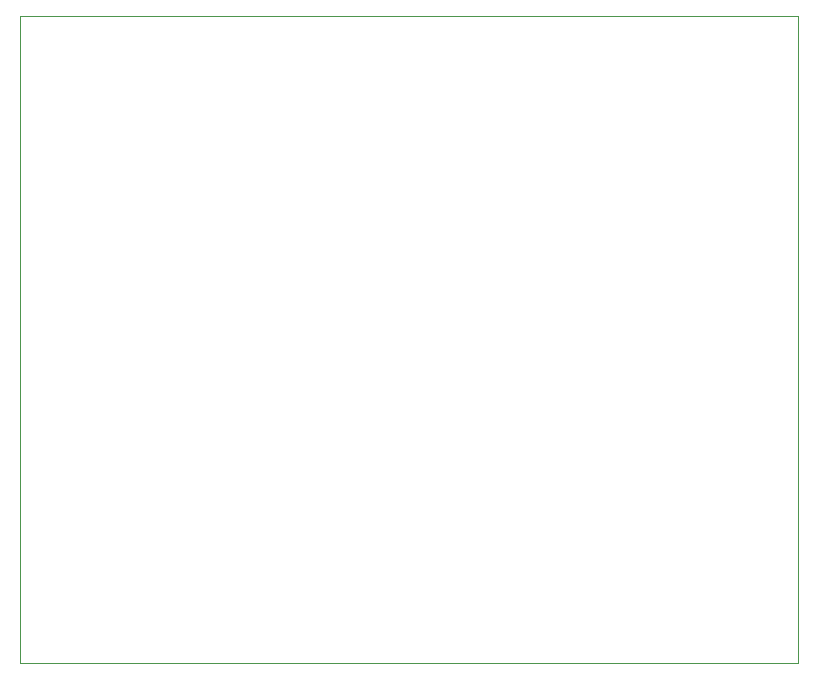
<source format=gbr>
G04 #@! TF.GenerationSoftware,KiCad,Pcbnew,5.1.10-5.1.10*
G04 #@! TF.CreationDate,2021-10-08T15:20:13+02:00*
G04 #@! TF.ProjectId,buttonbar,62757474-6f6e-4626-9172-2e6b69636164,1.1*
G04 #@! TF.SameCoordinates,Original*
G04 #@! TF.FileFunction,Profile,NP*
%FSLAX46Y46*%
G04 Gerber Fmt 4.6, Leading zero omitted, Abs format (unit mm)*
G04 Created by KiCad (PCBNEW 5.1.10-5.1.10) date 2021-10-08 15:20:13*
%MOMM*%
%LPD*%
G01*
G04 APERTURE LIST*
G04 #@! TA.AperFunction,Profile*
%ADD10C,0.050000*%
G04 #@! TD*
G04 APERTURE END LIST*
D10*
X109800000Y-100500000D02*
X109800000Y-45800000D01*
X175700000Y-100500000D02*
X109800000Y-100500000D01*
X175700000Y-45800000D02*
X175700000Y-100500000D01*
X109800000Y-45800000D02*
X175700000Y-45800000D01*
M02*

</source>
